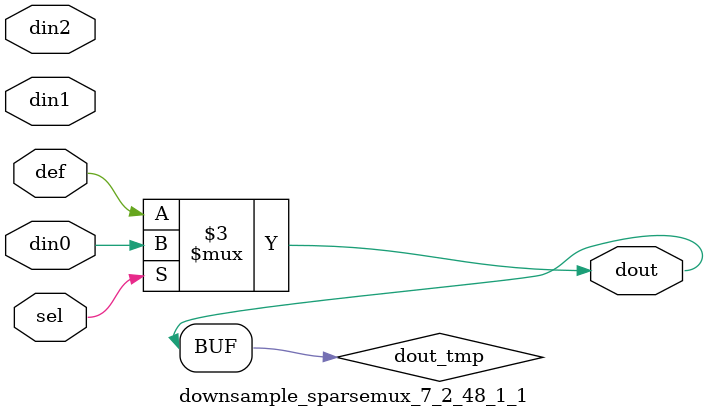
<source format=v>
`timescale 1ns / 1ps

module downsample_sparsemux_7_2_48_1_1 (din0,din1,din2,def,sel,dout);

parameter din0_WIDTH = 1;

parameter din1_WIDTH = 1;

parameter din2_WIDTH = 1;

parameter def_WIDTH = 1;
parameter sel_WIDTH = 1;
parameter dout_WIDTH = 1;

parameter [sel_WIDTH-1:0] CASE0 = 1;

parameter [sel_WIDTH-1:0] CASE1 = 1;

parameter [sel_WIDTH-1:0] CASE2 = 1;

parameter ID = 1;
parameter NUM_STAGE = 1;



input [din0_WIDTH-1:0] din0;

input [din1_WIDTH-1:0] din1;

input [din2_WIDTH-1:0] din2;

input [def_WIDTH-1:0] def;
input [sel_WIDTH-1:0] sel;

output [dout_WIDTH-1:0] dout;



reg [dout_WIDTH-1:0] dout_tmp;

always @ (*) begin
case (sel)
    
    CASE0 : dout_tmp = din0;
    
    CASE1 : dout_tmp = din1;
    
    CASE2 : dout_tmp = din2;
    
    default : dout_tmp = def;
endcase
end


assign dout = dout_tmp;



endmodule

</source>
